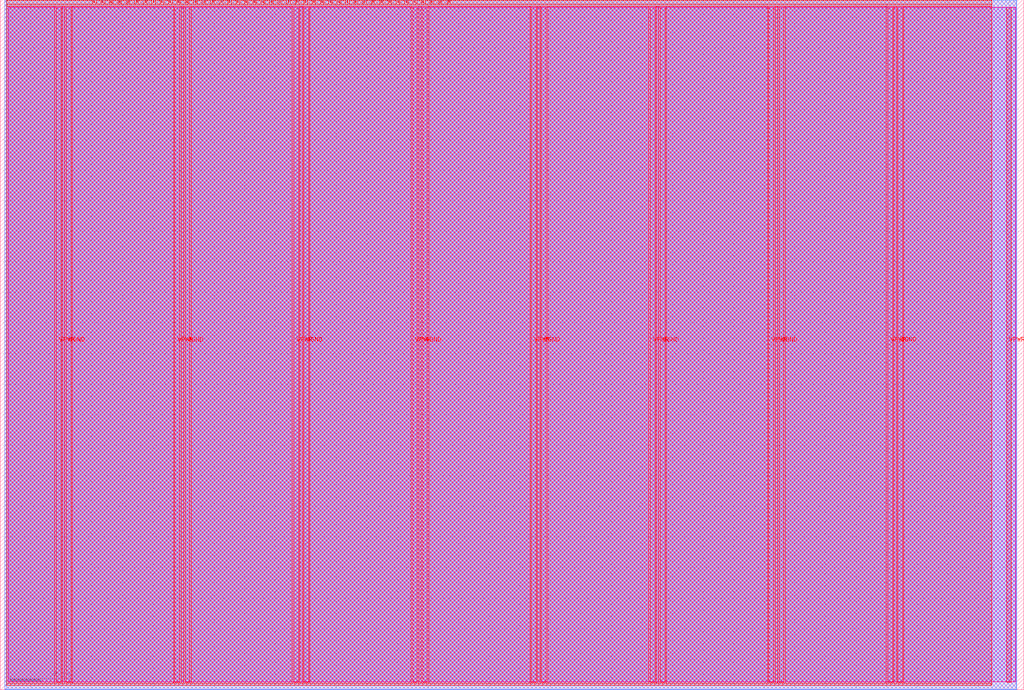
<source format=lef>
VERSION 5.7 ;
  NOWIREEXTENSIONATPIN ON ;
  DIVIDERCHAR "/" ;
  BUSBITCHARS "[]" ;
MACRO tt_um_2048_vga_game
  CLASS BLOCK ;
  FOREIGN tt_um_2048_vga_game ;
  ORIGIN 0.000 0.000 ;
  SIZE 334.880 BY 225.760 ;
  PIN VGND
    DIRECTION INOUT ;
    USE GROUND ;
    PORT
      LAYER met4 ;
        RECT 21.580 2.480 23.180 223.280 ;
    END
    PORT
      LAYER met4 ;
        RECT 60.450 2.480 62.050 223.280 ;
    END
    PORT
      LAYER met4 ;
        RECT 99.320 2.480 100.920 223.280 ;
    END
    PORT
      LAYER met4 ;
        RECT 138.190 2.480 139.790 223.280 ;
    END
    PORT
      LAYER met4 ;
        RECT 177.060 2.480 178.660 223.280 ;
    END
    PORT
      LAYER met4 ;
        RECT 215.930 2.480 217.530 223.280 ;
    END
    PORT
      LAYER met4 ;
        RECT 254.800 2.480 256.400 223.280 ;
    END
    PORT
      LAYER met4 ;
        RECT 293.670 2.480 295.270 223.280 ;
    END
  END VGND
  PIN VPWR
    DIRECTION INOUT ;
    USE POWER ;
    PORT
      LAYER met4 ;
        RECT 18.280 2.480 19.880 223.280 ;
    END
    PORT
      LAYER met4 ;
        RECT 57.150 2.480 58.750 223.280 ;
    END
    PORT
      LAYER met4 ;
        RECT 96.020 2.480 97.620 223.280 ;
    END
    PORT
      LAYER met4 ;
        RECT 134.890 2.480 136.490 223.280 ;
    END
    PORT
      LAYER met4 ;
        RECT 173.760 2.480 175.360 223.280 ;
    END
    PORT
      LAYER met4 ;
        RECT 212.630 2.480 214.230 223.280 ;
    END
    PORT
      LAYER met4 ;
        RECT 251.500 2.480 253.100 223.280 ;
    END
    PORT
      LAYER met4 ;
        RECT 290.370 2.480 291.970 223.280 ;
    END
    PORT
      LAYER met4 ;
        RECT 329.240 2.480 330.840 223.280 ;
    END
  END VPWR
  PIN clk
    DIRECTION INPUT ;
    USE SIGNAL ;
    ANTENNAGATEAREA 0.852000 ;
    PORT
      LAYER met4 ;
        RECT 143.830 224.760 144.130 225.760 ;
    END
  END clk
  PIN ena
    DIRECTION INPUT ;
    USE SIGNAL ;
    PORT
      LAYER met4 ;
        RECT 146.590 224.760 146.890 225.760 ;
    END
  END ena
  PIN rst_n
    DIRECTION INPUT ;
    USE SIGNAL ;
    ANTENNAGATEAREA 0.196500 ;
    PORT
      LAYER met4 ;
        RECT 141.070 224.760 141.370 225.760 ;
    END
  END rst_n
  PIN ui_in[0]
    DIRECTION INPUT ;
    USE SIGNAL ;
    ANTENNAGATEAREA 0.196500 ;
    PORT
      LAYER met4 ;
        RECT 138.310 224.760 138.610 225.760 ;
    END
  END ui_in[0]
  PIN ui_in[1]
    DIRECTION INPUT ;
    USE SIGNAL ;
    ANTENNAGATEAREA 0.196500 ;
    PORT
      LAYER met4 ;
        RECT 135.550 224.760 135.850 225.760 ;
    END
  END ui_in[1]
  PIN ui_in[2]
    DIRECTION INPUT ;
    USE SIGNAL ;
    ANTENNAGATEAREA 0.196500 ;
    PORT
      LAYER met4 ;
        RECT 132.790 224.760 133.090 225.760 ;
    END
  END ui_in[2]
  PIN ui_in[3]
    DIRECTION INPUT ;
    USE SIGNAL ;
    ANTENNAGATEAREA 0.631200 ;
    ANTENNADIFFAREA 0.434700 ;
    PORT
      LAYER met4 ;
        RECT 130.030 224.760 130.330 225.760 ;
    END
  END ui_in[3]
  PIN ui_in[4]
    DIRECTION INPUT ;
    USE SIGNAL ;
    ANTENNAGATEAREA 0.631200 ;
    ANTENNADIFFAREA 0.434700 ;
    PORT
      LAYER met4 ;
        RECT 127.270 224.760 127.570 225.760 ;
    END
  END ui_in[4]
  PIN ui_in[5]
    DIRECTION INPUT ;
    USE SIGNAL ;
    ANTENNAGATEAREA 0.196500 ;
    PORT
      LAYER met4 ;
        RECT 124.510 224.760 124.810 225.760 ;
    END
  END ui_in[5]
  PIN ui_in[6]
    DIRECTION INPUT ;
    USE SIGNAL ;
    ANTENNAGATEAREA 0.196500 ;
    PORT
      LAYER met4 ;
        RECT 121.750 224.760 122.050 225.760 ;
    END
  END ui_in[6]
  PIN ui_in[7]
    DIRECTION INPUT ;
    USE SIGNAL ;
    ANTENNAGATEAREA 0.593700 ;
    ANTENNADIFFAREA 0.434700 ;
    PORT
      LAYER met4 ;
        RECT 118.990 224.760 119.290 225.760 ;
    END
  END ui_in[7]
  PIN uio_in[0]
    DIRECTION INPUT ;
    USE SIGNAL ;
    ANTENNAGATEAREA 0.631200 ;
    ANTENNADIFFAREA 0.434700 ;
    PORT
      LAYER met4 ;
        RECT 116.230 224.760 116.530 225.760 ;
    END
  END uio_in[0]
  PIN uio_in[1]
    DIRECTION INPUT ;
    USE SIGNAL ;
    ANTENNAGATEAREA 0.126000 ;
    PORT
      LAYER met4 ;
        RECT 113.470 224.760 113.770 225.760 ;
    END
  END uio_in[1]
  PIN uio_in[2]
    DIRECTION INPUT ;
    USE SIGNAL ;
    ANTENNAGATEAREA 0.631200 ;
    ANTENNADIFFAREA 0.434700 ;
    PORT
      LAYER met4 ;
        RECT 110.710 224.760 111.010 225.760 ;
    END
  END uio_in[2]
  PIN uio_in[3]
    DIRECTION INPUT ;
    USE SIGNAL ;
    ANTENNAGATEAREA 0.196500 ;
    PORT
      LAYER met4 ;
        RECT 107.950 224.760 108.250 225.760 ;
    END
  END uio_in[3]
  PIN uio_in[4]
    DIRECTION INPUT ;
    USE SIGNAL ;
    ANTENNAGATEAREA 0.196500 ;
    PORT
      LAYER met4 ;
        RECT 105.190 224.760 105.490 225.760 ;
    END
  END uio_in[4]
  PIN uio_in[5]
    DIRECTION INPUT ;
    USE SIGNAL ;
    ANTENNAGATEAREA 0.631200 ;
    ANTENNADIFFAREA 0.434700 ;
    PORT
      LAYER met4 ;
        RECT 102.430 224.760 102.730 225.760 ;
    END
  END uio_in[5]
  PIN uio_in[6]
    DIRECTION INPUT ;
    USE SIGNAL ;
    ANTENNAGATEAREA 0.631200 ;
    ANTENNADIFFAREA 0.434700 ;
    PORT
      LAYER met4 ;
        RECT 99.670 224.760 99.970 225.760 ;
    END
  END uio_in[6]
  PIN uio_in[7]
    DIRECTION INPUT ;
    USE SIGNAL ;
    ANTENNAGATEAREA 0.196500 ;
    PORT
      LAYER met4 ;
        RECT 96.910 224.760 97.210 225.760 ;
    END
  END uio_in[7]
  PIN uio_oe[0]
    DIRECTION OUTPUT ;
    USE SIGNAL ;
    PORT
      LAYER met4 ;
        RECT 49.990 224.760 50.290 225.760 ;
    END
  END uio_oe[0]
  PIN uio_oe[1]
    DIRECTION OUTPUT ;
    USE SIGNAL ;
    PORT
      LAYER met4 ;
        RECT 47.230 224.760 47.530 225.760 ;
    END
  END uio_oe[1]
  PIN uio_oe[2]
    DIRECTION OUTPUT ;
    USE SIGNAL ;
    PORT
      LAYER met4 ;
        RECT 44.470 224.760 44.770 225.760 ;
    END
  END uio_oe[2]
  PIN uio_oe[3]
    DIRECTION OUTPUT ;
    USE SIGNAL ;
    PORT
      LAYER met4 ;
        RECT 41.710 224.760 42.010 225.760 ;
    END
  END uio_oe[3]
  PIN uio_oe[4]
    DIRECTION OUTPUT ;
    USE SIGNAL ;
    ANTENNADIFFAREA 0.445500 ;
    PORT
      LAYER met4 ;
        RECT 38.950 224.760 39.250 225.760 ;
    END
  END uio_oe[4]
  PIN uio_oe[5]
    DIRECTION OUTPUT ;
    USE SIGNAL ;
    ANTENNADIFFAREA 0.445500 ;
    PORT
      LAYER met4 ;
        RECT 36.190 224.760 36.490 225.760 ;
    END
  END uio_oe[5]
  PIN uio_oe[6]
    DIRECTION OUTPUT ;
    USE SIGNAL ;
    ANTENNADIFFAREA 0.445500 ;
    PORT
      LAYER met4 ;
        RECT 33.430 224.760 33.730 225.760 ;
    END
  END uio_oe[6]
  PIN uio_oe[7]
    DIRECTION OUTPUT ;
    USE SIGNAL ;
    ANTENNADIFFAREA 0.445500 ;
    PORT
      LAYER met4 ;
        RECT 30.670 224.760 30.970 225.760 ;
    END
  END uio_oe[7]
  PIN uio_out[0]
    DIRECTION OUTPUT ;
    USE SIGNAL ;
    PORT
      LAYER met4 ;
        RECT 72.070 224.760 72.370 225.760 ;
    END
  END uio_out[0]
  PIN uio_out[1]
    DIRECTION OUTPUT ;
    USE SIGNAL ;
    PORT
      LAYER met4 ;
        RECT 69.310 224.760 69.610 225.760 ;
    END
  END uio_out[1]
  PIN uio_out[2]
    DIRECTION OUTPUT ;
    USE SIGNAL ;
    PORT
      LAYER met4 ;
        RECT 66.550 224.760 66.850 225.760 ;
    END
  END uio_out[2]
  PIN uio_out[3]
    DIRECTION OUTPUT ;
    USE SIGNAL ;
    PORT
      LAYER met4 ;
        RECT 63.790 224.760 64.090 225.760 ;
    END
  END uio_out[3]
  PIN uio_out[4]
    DIRECTION OUTPUT ;
    USE SIGNAL ;
    ANTENNAGATEAREA 0.247500 ;
    ANTENNADIFFAREA 0.445500 ;
    PORT
      LAYER met4 ;
        RECT 61.030 224.760 61.330 225.760 ;
    END
  END uio_out[4]
  PIN uio_out[5]
    DIRECTION OUTPUT ;
    USE SIGNAL ;
    ANTENNAGATEAREA 0.247500 ;
    ANTENNADIFFAREA 0.445500 ;
    PORT
      LAYER met4 ;
        RECT 58.270 224.760 58.570 225.760 ;
    END
  END uio_out[5]
  PIN uio_out[6]
    DIRECTION OUTPUT ;
    USE SIGNAL ;
    ANTENNAGATEAREA 0.247500 ;
    ANTENNADIFFAREA 0.445500 ;
    PORT
      LAYER met4 ;
        RECT 55.510 224.760 55.810 225.760 ;
    END
  END uio_out[6]
  PIN uio_out[7]
    DIRECTION OUTPUT ;
    USE SIGNAL ;
    ANTENNAGATEAREA 0.247500 ;
    ANTENNADIFFAREA 0.445500 ;
    PORT
      LAYER met4 ;
        RECT 52.750 224.760 53.050 225.760 ;
    END
  END uio_out[7]
  PIN uo_out[0]
    DIRECTION OUTPUT ;
    USE SIGNAL ;
    ANTENNADIFFAREA 0.445500 ;
    PORT
      LAYER met4 ;
        RECT 94.150 224.760 94.450 225.760 ;
    END
  END uo_out[0]
  PIN uo_out[1]
    DIRECTION OUTPUT ;
    USE SIGNAL ;
    ANTENNADIFFAREA 0.445500 ;
    PORT
      LAYER met4 ;
        RECT 91.390 224.760 91.690 225.760 ;
    END
  END uo_out[1]
  PIN uo_out[2]
    DIRECTION OUTPUT ;
    USE SIGNAL ;
    ANTENNADIFFAREA 0.445500 ;
    PORT
      LAYER met4 ;
        RECT 88.630 224.760 88.930 225.760 ;
    END
  END uo_out[2]
  PIN uo_out[3]
    DIRECTION OUTPUT ;
    USE SIGNAL ;
    ANTENNADIFFAREA 0.795200 ;
    PORT
      LAYER met4 ;
        RECT 85.870 224.760 86.170 225.760 ;
    END
  END uo_out[3]
  PIN uo_out[4]
    DIRECTION OUTPUT ;
    USE SIGNAL ;
    ANTENNADIFFAREA 0.445500 ;
    PORT
      LAYER met4 ;
        RECT 83.110 224.760 83.410 225.760 ;
    END
  END uo_out[4]
  PIN uo_out[5]
    DIRECTION OUTPUT ;
    USE SIGNAL ;
    ANTENNADIFFAREA 0.445500 ;
    PORT
      LAYER met4 ;
        RECT 80.350 224.760 80.650 225.760 ;
    END
  END uo_out[5]
  PIN uo_out[6]
    DIRECTION OUTPUT ;
    USE SIGNAL ;
    ANTENNADIFFAREA 0.445500 ;
    PORT
      LAYER met4 ;
        RECT 77.590 224.760 77.890 225.760 ;
    END
  END uo_out[6]
  PIN uo_out[7]
    DIRECTION OUTPUT ;
    USE SIGNAL ;
    ANTENNADIFFAREA 0.445500 ;
    PORT
      LAYER met4 ;
        RECT 74.830 224.760 75.130 225.760 ;
    END
  END uo_out[7]
  OBS
      LAYER nwell ;
        RECT 2.570 2.635 332.310 223.230 ;
      LAYER li1 ;
        RECT 2.760 2.635 332.120 223.125 ;
      LAYER met1 ;
        RECT 1.450 0.040 332.510 225.720 ;
      LAYER met2 ;
        RECT 1.480 0.010 332.490 225.750 ;
      LAYER met3 ;
        RECT 1.905 0.175 332.515 225.585 ;
      LAYER met4 ;
        RECT 2.135 224.360 30.270 225.585 ;
        RECT 31.370 224.360 33.030 225.585 ;
        RECT 34.130 224.360 35.790 225.585 ;
        RECT 36.890 224.360 38.550 225.585 ;
        RECT 39.650 224.360 41.310 225.585 ;
        RECT 42.410 224.360 44.070 225.585 ;
        RECT 45.170 224.360 46.830 225.585 ;
        RECT 47.930 224.360 49.590 225.585 ;
        RECT 50.690 224.360 52.350 225.585 ;
        RECT 53.450 224.360 55.110 225.585 ;
        RECT 56.210 224.360 57.870 225.585 ;
        RECT 58.970 224.360 60.630 225.585 ;
        RECT 61.730 224.360 63.390 225.585 ;
        RECT 64.490 224.360 66.150 225.585 ;
        RECT 67.250 224.360 68.910 225.585 ;
        RECT 70.010 224.360 71.670 225.585 ;
        RECT 72.770 224.360 74.430 225.585 ;
        RECT 75.530 224.360 77.190 225.585 ;
        RECT 78.290 224.360 79.950 225.585 ;
        RECT 81.050 224.360 82.710 225.585 ;
        RECT 83.810 224.360 85.470 225.585 ;
        RECT 86.570 224.360 88.230 225.585 ;
        RECT 89.330 224.360 90.990 225.585 ;
        RECT 92.090 224.360 93.750 225.585 ;
        RECT 94.850 224.360 96.510 225.585 ;
        RECT 97.610 224.360 99.270 225.585 ;
        RECT 100.370 224.360 102.030 225.585 ;
        RECT 103.130 224.360 104.790 225.585 ;
        RECT 105.890 224.360 107.550 225.585 ;
        RECT 108.650 224.360 110.310 225.585 ;
        RECT 111.410 224.360 113.070 225.585 ;
        RECT 114.170 224.360 115.830 225.585 ;
        RECT 116.930 224.360 118.590 225.585 ;
        RECT 119.690 224.360 121.350 225.585 ;
        RECT 122.450 224.360 124.110 225.585 ;
        RECT 125.210 224.360 126.870 225.585 ;
        RECT 127.970 224.360 129.630 225.585 ;
        RECT 130.730 224.360 132.390 225.585 ;
        RECT 133.490 224.360 135.150 225.585 ;
        RECT 136.250 224.360 137.910 225.585 ;
        RECT 139.010 224.360 140.670 225.585 ;
        RECT 141.770 224.360 143.430 225.585 ;
        RECT 144.530 224.360 146.190 225.585 ;
        RECT 147.290 224.360 324.465 225.585 ;
        RECT 2.135 223.680 324.465 224.360 ;
        RECT 2.135 2.080 17.880 223.680 ;
        RECT 20.280 2.080 21.180 223.680 ;
        RECT 23.580 2.080 56.750 223.680 ;
        RECT 59.150 2.080 60.050 223.680 ;
        RECT 62.450 2.080 95.620 223.680 ;
        RECT 98.020 2.080 98.920 223.680 ;
        RECT 101.320 2.080 134.490 223.680 ;
        RECT 136.890 2.080 137.790 223.680 ;
        RECT 140.190 2.080 173.360 223.680 ;
        RECT 175.760 2.080 176.660 223.680 ;
        RECT 179.060 2.080 212.230 223.680 ;
        RECT 214.630 2.080 215.530 223.680 ;
        RECT 217.930 2.080 251.100 223.680 ;
        RECT 253.500 2.080 254.400 223.680 ;
        RECT 256.800 2.080 289.970 223.680 ;
        RECT 292.370 2.080 293.270 223.680 ;
        RECT 295.670 2.080 324.465 223.680 ;
        RECT 2.135 1.535 324.465 2.080 ;
  END
END tt_um_2048_vga_game
END LIBRARY


</source>
